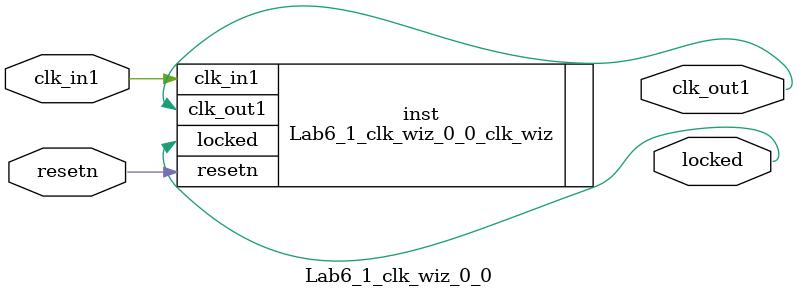
<source format=v>


`timescale 1ps/1ps

(* CORE_GENERATION_INFO = "Lab6_1_clk_wiz_0_0,clk_wiz_v6_0_5_0_0,{component_name=Lab6_1_clk_wiz_0_0,use_phase_alignment=true,use_min_o_jitter=false,use_max_i_jitter=false,use_dyn_phase_shift=false,use_inclk_switchover=false,use_dyn_reconfig=false,enable_axi=0,feedback_source=FDBK_AUTO,PRIMITIVE=MMCM,num_out_clk=1,clkin1_period=10.000,clkin2_period=10.000,use_power_down=false,use_reset=true,use_locked=true,use_inclk_stopped=false,feedback_type=SINGLE,CLOCK_MGR_TYPE=NA,manual_override=false}" *)

module Lab6_1_clk_wiz_0_0 
 (
  // Clock out ports
  output        clk_out1,
  // Status and control signals
  input         resetn,
  output        locked,
 // Clock in ports
  input         clk_in1
 );

  Lab6_1_clk_wiz_0_0_clk_wiz inst
  (
  // Clock out ports  
  .clk_out1(clk_out1),
  // Status and control signals               
  .resetn(resetn), 
  .locked(locked),
 // Clock in ports
  .clk_in1(clk_in1)
  );

endmodule

</source>
